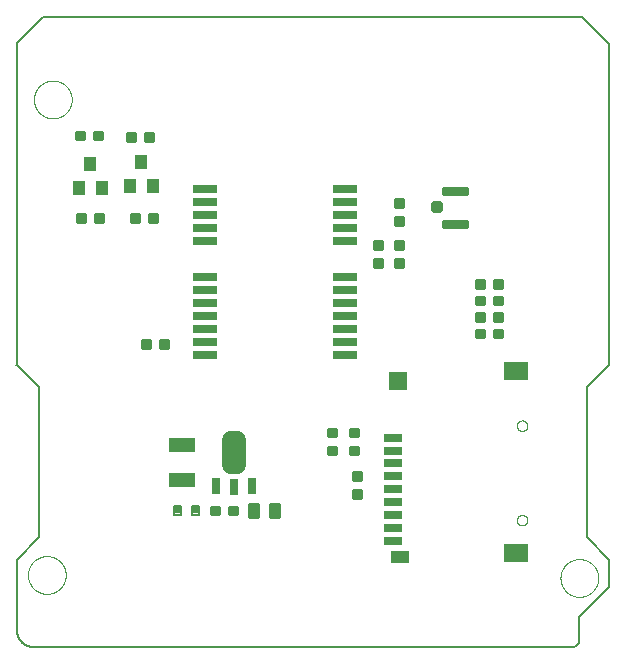
<source format=gtp>
G75*
%MOIN*%
%OFA0B0*%
%FSLAX25Y25*%
%IPPOS*%
%LPD*%
%AMOC8*
5,1,8,0,0,1.08239X$1,22.5*
%
%ADD10C,0.00800*%
%ADD11C,0.00000*%
%ADD12R,0.07874X0.03150*%
%ADD13R,0.06000X0.03000*%
%ADD14R,0.06000X0.04000*%
%ADD15R,0.08000X0.06000*%
%ADD16R,0.06000X0.06000*%
%ADD17C,0.00875*%
%ADD18R,0.04000X0.04500*%
%ADD19R,0.03150X0.05512*%
%ADD20C,0.06000*%
%ADD21C,0.01000*%
%ADD22R,0.09000X0.04500*%
%ADD23C,0.00750*%
%ADD24C,0.01500*%
%ADD25C,0.02000*%
D10*
X0002167Y0007057D02*
X0002167Y0021150D01*
X0002167Y0021400D02*
X0002167Y0030400D01*
X0009667Y0037900D01*
X0009667Y0087900D01*
X0002167Y0095400D01*
X0001917Y0095400D01*
X0002167Y0095400D02*
X0002167Y0202650D01*
X0010917Y0211400D01*
X0190667Y0211400D01*
X0199667Y0202400D01*
X0199667Y0095400D01*
X0192167Y0087900D01*
X0192167Y0037900D01*
X0199667Y0030400D01*
X0199667Y0021400D01*
X0189667Y0011400D01*
X0189667Y0003900D01*
X0189665Y0003802D01*
X0189659Y0003704D01*
X0189650Y0003606D01*
X0189636Y0003509D01*
X0189619Y0003412D01*
X0189598Y0003316D01*
X0189573Y0003221D01*
X0189545Y0003127D01*
X0189512Y0003035D01*
X0189477Y0002943D01*
X0189437Y0002853D01*
X0189395Y0002765D01*
X0189348Y0002678D01*
X0189299Y0002594D01*
X0189246Y0002511D01*
X0189190Y0002431D01*
X0189130Y0002352D01*
X0189068Y0002276D01*
X0189003Y0002203D01*
X0188935Y0002132D01*
X0188864Y0002064D01*
X0188791Y0001999D01*
X0188715Y0001937D01*
X0188636Y0001877D01*
X0188556Y0001821D01*
X0188473Y0001768D01*
X0188389Y0001719D01*
X0188302Y0001672D01*
X0188214Y0001630D01*
X0188124Y0001590D01*
X0188032Y0001555D01*
X0187940Y0001522D01*
X0187846Y0001494D01*
X0187751Y0001469D01*
X0187655Y0001448D01*
X0187558Y0001431D01*
X0187461Y0001417D01*
X0187363Y0001408D01*
X0187265Y0001402D01*
X0187167Y0001400D01*
X0007824Y0001400D01*
X0007676Y0001402D01*
X0007528Y0001408D01*
X0007380Y0001417D01*
X0007233Y0001431D01*
X0007086Y0001448D01*
X0006939Y0001470D01*
X0006793Y0001495D01*
X0006648Y0001524D01*
X0006503Y0001556D01*
X0006360Y0001593D01*
X0006217Y0001633D01*
X0006076Y0001677D01*
X0005936Y0001724D01*
X0005797Y0001776D01*
X0005659Y0001831D01*
X0005523Y0001889D01*
X0005389Y0001951D01*
X0005256Y0002017D01*
X0005125Y0002086D01*
X0004996Y0002158D01*
X0004868Y0002234D01*
X0004743Y0002313D01*
X0004620Y0002395D01*
X0004499Y0002480D01*
X0004380Y0002569D01*
X0004264Y0002661D01*
X0004150Y0002755D01*
X0004039Y0002853D01*
X0003930Y0002954D01*
X0003824Y0003057D01*
X0003721Y0003163D01*
X0003620Y0003272D01*
X0003522Y0003383D01*
X0003428Y0003497D01*
X0003336Y0003613D01*
X0003247Y0003732D01*
X0003162Y0003853D01*
X0003080Y0003976D01*
X0003001Y0004101D01*
X0002925Y0004228D01*
X0002853Y0004358D01*
X0002784Y0004489D01*
X0002718Y0004622D01*
X0002656Y0004756D01*
X0002598Y0004892D01*
X0002543Y0005030D01*
X0002491Y0005169D01*
X0002444Y0005309D01*
X0002400Y0005450D01*
X0002360Y0005593D01*
X0002323Y0005736D01*
X0002291Y0005881D01*
X0002262Y0006026D01*
X0002237Y0006172D01*
X0002215Y0006319D01*
X0002198Y0006466D01*
X0002184Y0006613D01*
X0002175Y0006761D01*
X0002169Y0006909D01*
X0002167Y0007057D01*
D11*
X0005868Y0025400D02*
X0005870Y0025558D01*
X0005876Y0025716D01*
X0005886Y0025874D01*
X0005900Y0026032D01*
X0005918Y0026189D01*
X0005939Y0026346D01*
X0005965Y0026502D01*
X0005995Y0026658D01*
X0006028Y0026813D01*
X0006066Y0026966D01*
X0006107Y0027119D01*
X0006152Y0027271D01*
X0006201Y0027422D01*
X0006254Y0027571D01*
X0006310Y0027719D01*
X0006370Y0027865D01*
X0006434Y0028010D01*
X0006502Y0028153D01*
X0006573Y0028295D01*
X0006647Y0028435D01*
X0006725Y0028572D01*
X0006807Y0028708D01*
X0006891Y0028842D01*
X0006980Y0028973D01*
X0007071Y0029102D01*
X0007166Y0029229D01*
X0007263Y0029354D01*
X0007364Y0029476D01*
X0007468Y0029595D01*
X0007575Y0029712D01*
X0007685Y0029826D01*
X0007798Y0029937D01*
X0007913Y0030046D01*
X0008031Y0030151D01*
X0008152Y0030253D01*
X0008275Y0030353D01*
X0008401Y0030449D01*
X0008529Y0030542D01*
X0008659Y0030632D01*
X0008792Y0030718D01*
X0008927Y0030802D01*
X0009063Y0030881D01*
X0009202Y0030958D01*
X0009343Y0031030D01*
X0009485Y0031100D01*
X0009629Y0031165D01*
X0009775Y0031227D01*
X0009922Y0031285D01*
X0010071Y0031340D01*
X0010221Y0031391D01*
X0010372Y0031438D01*
X0010524Y0031481D01*
X0010677Y0031520D01*
X0010832Y0031556D01*
X0010987Y0031587D01*
X0011143Y0031615D01*
X0011299Y0031639D01*
X0011456Y0031659D01*
X0011614Y0031675D01*
X0011771Y0031687D01*
X0011930Y0031695D01*
X0012088Y0031699D01*
X0012246Y0031699D01*
X0012404Y0031695D01*
X0012563Y0031687D01*
X0012720Y0031675D01*
X0012878Y0031659D01*
X0013035Y0031639D01*
X0013191Y0031615D01*
X0013347Y0031587D01*
X0013502Y0031556D01*
X0013657Y0031520D01*
X0013810Y0031481D01*
X0013962Y0031438D01*
X0014113Y0031391D01*
X0014263Y0031340D01*
X0014412Y0031285D01*
X0014559Y0031227D01*
X0014705Y0031165D01*
X0014849Y0031100D01*
X0014991Y0031030D01*
X0015132Y0030958D01*
X0015271Y0030881D01*
X0015407Y0030802D01*
X0015542Y0030718D01*
X0015675Y0030632D01*
X0015805Y0030542D01*
X0015933Y0030449D01*
X0016059Y0030353D01*
X0016182Y0030253D01*
X0016303Y0030151D01*
X0016421Y0030046D01*
X0016536Y0029937D01*
X0016649Y0029826D01*
X0016759Y0029712D01*
X0016866Y0029595D01*
X0016970Y0029476D01*
X0017071Y0029354D01*
X0017168Y0029229D01*
X0017263Y0029102D01*
X0017354Y0028973D01*
X0017443Y0028842D01*
X0017527Y0028708D01*
X0017609Y0028572D01*
X0017687Y0028435D01*
X0017761Y0028295D01*
X0017832Y0028153D01*
X0017900Y0028010D01*
X0017964Y0027865D01*
X0018024Y0027719D01*
X0018080Y0027571D01*
X0018133Y0027422D01*
X0018182Y0027271D01*
X0018227Y0027119D01*
X0018268Y0026966D01*
X0018306Y0026813D01*
X0018339Y0026658D01*
X0018369Y0026502D01*
X0018395Y0026346D01*
X0018416Y0026189D01*
X0018434Y0026032D01*
X0018448Y0025874D01*
X0018458Y0025716D01*
X0018464Y0025558D01*
X0018466Y0025400D01*
X0018464Y0025242D01*
X0018458Y0025084D01*
X0018448Y0024926D01*
X0018434Y0024768D01*
X0018416Y0024611D01*
X0018395Y0024454D01*
X0018369Y0024298D01*
X0018339Y0024142D01*
X0018306Y0023987D01*
X0018268Y0023834D01*
X0018227Y0023681D01*
X0018182Y0023529D01*
X0018133Y0023378D01*
X0018080Y0023229D01*
X0018024Y0023081D01*
X0017964Y0022935D01*
X0017900Y0022790D01*
X0017832Y0022647D01*
X0017761Y0022505D01*
X0017687Y0022365D01*
X0017609Y0022228D01*
X0017527Y0022092D01*
X0017443Y0021958D01*
X0017354Y0021827D01*
X0017263Y0021698D01*
X0017168Y0021571D01*
X0017071Y0021446D01*
X0016970Y0021324D01*
X0016866Y0021205D01*
X0016759Y0021088D01*
X0016649Y0020974D01*
X0016536Y0020863D01*
X0016421Y0020754D01*
X0016303Y0020649D01*
X0016182Y0020547D01*
X0016059Y0020447D01*
X0015933Y0020351D01*
X0015805Y0020258D01*
X0015675Y0020168D01*
X0015542Y0020082D01*
X0015407Y0019998D01*
X0015271Y0019919D01*
X0015132Y0019842D01*
X0014991Y0019770D01*
X0014849Y0019700D01*
X0014705Y0019635D01*
X0014559Y0019573D01*
X0014412Y0019515D01*
X0014263Y0019460D01*
X0014113Y0019409D01*
X0013962Y0019362D01*
X0013810Y0019319D01*
X0013657Y0019280D01*
X0013502Y0019244D01*
X0013347Y0019213D01*
X0013191Y0019185D01*
X0013035Y0019161D01*
X0012878Y0019141D01*
X0012720Y0019125D01*
X0012563Y0019113D01*
X0012404Y0019105D01*
X0012246Y0019101D01*
X0012088Y0019101D01*
X0011930Y0019105D01*
X0011771Y0019113D01*
X0011614Y0019125D01*
X0011456Y0019141D01*
X0011299Y0019161D01*
X0011143Y0019185D01*
X0010987Y0019213D01*
X0010832Y0019244D01*
X0010677Y0019280D01*
X0010524Y0019319D01*
X0010372Y0019362D01*
X0010221Y0019409D01*
X0010071Y0019460D01*
X0009922Y0019515D01*
X0009775Y0019573D01*
X0009629Y0019635D01*
X0009485Y0019700D01*
X0009343Y0019770D01*
X0009202Y0019842D01*
X0009063Y0019919D01*
X0008927Y0019998D01*
X0008792Y0020082D01*
X0008659Y0020168D01*
X0008529Y0020258D01*
X0008401Y0020351D01*
X0008275Y0020447D01*
X0008152Y0020547D01*
X0008031Y0020649D01*
X0007913Y0020754D01*
X0007798Y0020863D01*
X0007685Y0020974D01*
X0007575Y0021088D01*
X0007468Y0021205D01*
X0007364Y0021324D01*
X0007263Y0021446D01*
X0007166Y0021571D01*
X0007071Y0021698D01*
X0006980Y0021827D01*
X0006891Y0021958D01*
X0006807Y0022092D01*
X0006725Y0022228D01*
X0006647Y0022365D01*
X0006573Y0022505D01*
X0006502Y0022647D01*
X0006434Y0022790D01*
X0006370Y0022935D01*
X0006310Y0023081D01*
X0006254Y0023229D01*
X0006201Y0023378D01*
X0006152Y0023529D01*
X0006107Y0023681D01*
X0006066Y0023834D01*
X0006028Y0023987D01*
X0005995Y0024142D01*
X0005965Y0024298D01*
X0005939Y0024454D01*
X0005918Y0024611D01*
X0005900Y0024768D01*
X0005886Y0024926D01*
X0005876Y0025084D01*
X0005870Y0025242D01*
X0005868Y0025400D01*
X0168830Y0043664D02*
X0168832Y0043747D01*
X0168838Y0043830D01*
X0168848Y0043913D01*
X0168862Y0043995D01*
X0168879Y0044077D01*
X0168901Y0044157D01*
X0168926Y0044236D01*
X0168955Y0044314D01*
X0168988Y0044391D01*
X0169025Y0044466D01*
X0169064Y0044539D01*
X0169108Y0044610D01*
X0169154Y0044679D01*
X0169204Y0044746D01*
X0169257Y0044810D01*
X0169313Y0044872D01*
X0169372Y0044931D01*
X0169434Y0044987D01*
X0169498Y0045040D01*
X0169565Y0045090D01*
X0169634Y0045136D01*
X0169705Y0045180D01*
X0169778Y0045219D01*
X0169853Y0045256D01*
X0169930Y0045289D01*
X0170008Y0045318D01*
X0170087Y0045343D01*
X0170167Y0045365D01*
X0170249Y0045382D01*
X0170331Y0045396D01*
X0170414Y0045406D01*
X0170497Y0045412D01*
X0170580Y0045414D01*
X0170663Y0045412D01*
X0170746Y0045406D01*
X0170829Y0045396D01*
X0170911Y0045382D01*
X0170993Y0045365D01*
X0171073Y0045343D01*
X0171152Y0045318D01*
X0171230Y0045289D01*
X0171307Y0045256D01*
X0171382Y0045219D01*
X0171455Y0045180D01*
X0171526Y0045136D01*
X0171595Y0045090D01*
X0171662Y0045040D01*
X0171726Y0044987D01*
X0171788Y0044931D01*
X0171847Y0044872D01*
X0171903Y0044810D01*
X0171956Y0044746D01*
X0172006Y0044679D01*
X0172052Y0044610D01*
X0172096Y0044539D01*
X0172135Y0044466D01*
X0172172Y0044391D01*
X0172205Y0044314D01*
X0172234Y0044236D01*
X0172259Y0044157D01*
X0172281Y0044077D01*
X0172298Y0043995D01*
X0172312Y0043913D01*
X0172322Y0043830D01*
X0172328Y0043747D01*
X0172330Y0043664D01*
X0172328Y0043581D01*
X0172322Y0043498D01*
X0172312Y0043415D01*
X0172298Y0043333D01*
X0172281Y0043251D01*
X0172259Y0043171D01*
X0172234Y0043092D01*
X0172205Y0043014D01*
X0172172Y0042937D01*
X0172135Y0042862D01*
X0172096Y0042789D01*
X0172052Y0042718D01*
X0172006Y0042649D01*
X0171956Y0042582D01*
X0171903Y0042518D01*
X0171847Y0042456D01*
X0171788Y0042397D01*
X0171726Y0042341D01*
X0171662Y0042288D01*
X0171595Y0042238D01*
X0171526Y0042192D01*
X0171455Y0042148D01*
X0171382Y0042109D01*
X0171307Y0042072D01*
X0171230Y0042039D01*
X0171152Y0042010D01*
X0171073Y0041985D01*
X0170993Y0041963D01*
X0170911Y0041946D01*
X0170829Y0041932D01*
X0170746Y0041922D01*
X0170663Y0041916D01*
X0170580Y0041914D01*
X0170497Y0041916D01*
X0170414Y0041922D01*
X0170331Y0041932D01*
X0170249Y0041946D01*
X0170167Y0041963D01*
X0170087Y0041985D01*
X0170008Y0042010D01*
X0169930Y0042039D01*
X0169853Y0042072D01*
X0169778Y0042109D01*
X0169705Y0042148D01*
X0169634Y0042192D01*
X0169565Y0042238D01*
X0169498Y0042288D01*
X0169434Y0042341D01*
X0169372Y0042397D01*
X0169313Y0042456D01*
X0169257Y0042518D01*
X0169204Y0042582D01*
X0169154Y0042649D01*
X0169108Y0042718D01*
X0169064Y0042789D01*
X0169025Y0042862D01*
X0168988Y0042937D01*
X0168955Y0043014D01*
X0168926Y0043092D01*
X0168901Y0043171D01*
X0168879Y0043251D01*
X0168862Y0043333D01*
X0168848Y0043415D01*
X0168838Y0043498D01*
X0168832Y0043581D01*
X0168830Y0043664D01*
X0183368Y0024400D02*
X0183370Y0024558D01*
X0183376Y0024716D01*
X0183386Y0024874D01*
X0183400Y0025032D01*
X0183418Y0025189D01*
X0183439Y0025346D01*
X0183465Y0025502D01*
X0183495Y0025658D01*
X0183528Y0025813D01*
X0183566Y0025966D01*
X0183607Y0026119D01*
X0183652Y0026271D01*
X0183701Y0026422D01*
X0183754Y0026571D01*
X0183810Y0026719D01*
X0183870Y0026865D01*
X0183934Y0027010D01*
X0184002Y0027153D01*
X0184073Y0027295D01*
X0184147Y0027435D01*
X0184225Y0027572D01*
X0184307Y0027708D01*
X0184391Y0027842D01*
X0184480Y0027973D01*
X0184571Y0028102D01*
X0184666Y0028229D01*
X0184763Y0028354D01*
X0184864Y0028476D01*
X0184968Y0028595D01*
X0185075Y0028712D01*
X0185185Y0028826D01*
X0185298Y0028937D01*
X0185413Y0029046D01*
X0185531Y0029151D01*
X0185652Y0029253D01*
X0185775Y0029353D01*
X0185901Y0029449D01*
X0186029Y0029542D01*
X0186159Y0029632D01*
X0186292Y0029718D01*
X0186427Y0029802D01*
X0186563Y0029881D01*
X0186702Y0029958D01*
X0186843Y0030030D01*
X0186985Y0030100D01*
X0187129Y0030165D01*
X0187275Y0030227D01*
X0187422Y0030285D01*
X0187571Y0030340D01*
X0187721Y0030391D01*
X0187872Y0030438D01*
X0188024Y0030481D01*
X0188177Y0030520D01*
X0188332Y0030556D01*
X0188487Y0030587D01*
X0188643Y0030615D01*
X0188799Y0030639D01*
X0188956Y0030659D01*
X0189114Y0030675D01*
X0189271Y0030687D01*
X0189430Y0030695D01*
X0189588Y0030699D01*
X0189746Y0030699D01*
X0189904Y0030695D01*
X0190063Y0030687D01*
X0190220Y0030675D01*
X0190378Y0030659D01*
X0190535Y0030639D01*
X0190691Y0030615D01*
X0190847Y0030587D01*
X0191002Y0030556D01*
X0191157Y0030520D01*
X0191310Y0030481D01*
X0191462Y0030438D01*
X0191613Y0030391D01*
X0191763Y0030340D01*
X0191912Y0030285D01*
X0192059Y0030227D01*
X0192205Y0030165D01*
X0192349Y0030100D01*
X0192491Y0030030D01*
X0192632Y0029958D01*
X0192771Y0029881D01*
X0192907Y0029802D01*
X0193042Y0029718D01*
X0193175Y0029632D01*
X0193305Y0029542D01*
X0193433Y0029449D01*
X0193559Y0029353D01*
X0193682Y0029253D01*
X0193803Y0029151D01*
X0193921Y0029046D01*
X0194036Y0028937D01*
X0194149Y0028826D01*
X0194259Y0028712D01*
X0194366Y0028595D01*
X0194470Y0028476D01*
X0194571Y0028354D01*
X0194668Y0028229D01*
X0194763Y0028102D01*
X0194854Y0027973D01*
X0194943Y0027842D01*
X0195027Y0027708D01*
X0195109Y0027572D01*
X0195187Y0027435D01*
X0195261Y0027295D01*
X0195332Y0027153D01*
X0195400Y0027010D01*
X0195464Y0026865D01*
X0195524Y0026719D01*
X0195580Y0026571D01*
X0195633Y0026422D01*
X0195682Y0026271D01*
X0195727Y0026119D01*
X0195768Y0025966D01*
X0195806Y0025813D01*
X0195839Y0025658D01*
X0195869Y0025502D01*
X0195895Y0025346D01*
X0195916Y0025189D01*
X0195934Y0025032D01*
X0195948Y0024874D01*
X0195958Y0024716D01*
X0195964Y0024558D01*
X0195966Y0024400D01*
X0195964Y0024242D01*
X0195958Y0024084D01*
X0195948Y0023926D01*
X0195934Y0023768D01*
X0195916Y0023611D01*
X0195895Y0023454D01*
X0195869Y0023298D01*
X0195839Y0023142D01*
X0195806Y0022987D01*
X0195768Y0022834D01*
X0195727Y0022681D01*
X0195682Y0022529D01*
X0195633Y0022378D01*
X0195580Y0022229D01*
X0195524Y0022081D01*
X0195464Y0021935D01*
X0195400Y0021790D01*
X0195332Y0021647D01*
X0195261Y0021505D01*
X0195187Y0021365D01*
X0195109Y0021228D01*
X0195027Y0021092D01*
X0194943Y0020958D01*
X0194854Y0020827D01*
X0194763Y0020698D01*
X0194668Y0020571D01*
X0194571Y0020446D01*
X0194470Y0020324D01*
X0194366Y0020205D01*
X0194259Y0020088D01*
X0194149Y0019974D01*
X0194036Y0019863D01*
X0193921Y0019754D01*
X0193803Y0019649D01*
X0193682Y0019547D01*
X0193559Y0019447D01*
X0193433Y0019351D01*
X0193305Y0019258D01*
X0193175Y0019168D01*
X0193042Y0019082D01*
X0192907Y0018998D01*
X0192771Y0018919D01*
X0192632Y0018842D01*
X0192491Y0018770D01*
X0192349Y0018700D01*
X0192205Y0018635D01*
X0192059Y0018573D01*
X0191912Y0018515D01*
X0191763Y0018460D01*
X0191613Y0018409D01*
X0191462Y0018362D01*
X0191310Y0018319D01*
X0191157Y0018280D01*
X0191002Y0018244D01*
X0190847Y0018213D01*
X0190691Y0018185D01*
X0190535Y0018161D01*
X0190378Y0018141D01*
X0190220Y0018125D01*
X0190063Y0018113D01*
X0189904Y0018105D01*
X0189746Y0018101D01*
X0189588Y0018101D01*
X0189430Y0018105D01*
X0189271Y0018113D01*
X0189114Y0018125D01*
X0188956Y0018141D01*
X0188799Y0018161D01*
X0188643Y0018185D01*
X0188487Y0018213D01*
X0188332Y0018244D01*
X0188177Y0018280D01*
X0188024Y0018319D01*
X0187872Y0018362D01*
X0187721Y0018409D01*
X0187571Y0018460D01*
X0187422Y0018515D01*
X0187275Y0018573D01*
X0187129Y0018635D01*
X0186985Y0018700D01*
X0186843Y0018770D01*
X0186702Y0018842D01*
X0186563Y0018919D01*
X0186427Y0018998D01*
X0186292Y0019082D01*
X0186159Y0019168D01*
X0186029Y0019258D01*
X0185901Y0019351D01*
X0185775Y0019447D01*
X0185652Y0019547D01*
X0185531Y0019649D01*
X0185413Y0019754D01*
X0185298Y0019863D01*
X0185185Y0019974D01*
X0185075Y0020088D01*
X0184968Y0020205D01*
X0184864Y0020324D01*
X0184763Y0020446D01*
X0184666Y0020571D01*
X0184571Y0020698D01*
X0184480Y0020827D01*
X0184391Y0020958D01*
X0184307Y0021092D01*
X0184225Y0021228D01*
X0184147Y0021365D01*
X0184073Y0021505D01*
X0184002Y0021647D01*
X0183934Y0021790D01*
X0183870Y0021935D01*
X0183810Y0022081D01*
X0183754Y0022229D01*
X0183701Y0022378D01*
X0183652Y0022529D01*
X0183607Y0022681D01*
X0183566Y0022834D01*
X0183528Y0022987D01*
X0183495Y0023142D01*
X0183465Y0023298D01*
X0183439Y0023454D01*
X0183418Y0023611D01*
X0183400Y0023768D01*
X0183386Y0023926D01*
X0183376Y0024084D01*
X0183370Y0024242D01*
X0183368Y0024400D01*
X0168830Y0075160D02*
X0168832Y0075243D01*
X0168838Y0075326D01*
X0168848Y0075409D01*
X0168862Y0075491D01*
X0168879Y0075573D01*
X0168901Y0075653D01*
X0168926Y0075732D01*
X0168955Y0075810D01*
X0168988Y0075887D01*
X0169025Y0075962D01*
X0169064Y0076035D01*
X0169108Y0076106D01*
X0169154Y0076175D01*
X0169204Y0076242D01*
X0169257Y0076306D01*
X0169313Y0076368D01*
X0169372Y0076427D01*
X0169434Y0076483D01*
X0169498Y0076536D01*
X0169565Y0076586D01*
X0169634Y0076632D01*
X0169705Y0076676D01*
X0169778Y0076715D01*
X0169853Y0076752D01*
X0169930Y0076785D01*
X0170008Y0076814D01*
X0170087Y0076839D01*
X0170167Y0076861D01*
X0170249Y0076878D01*
X0170331Y0076892D01*
X0170414Y0076902D01*
X0170497Y0076908D01*
X0170580Y0076910D01*
X0170663Y0076908D01*
X0170746Y0076902D01*
X0170829Y0076892D01*
X0170911Y0076878D01*
X0170993Y0076861D01*
X0171073Y0076839D01*
X0171152Y0076814D01*
X0171230Y0076785D01*
X0171307Y0076752D01*
X0171382Y0076715D01*
X0171455Y0076676D01*
X0171526Y0076632D01*
X0171595Y0076586D01*
X0171662Y0076536D01*
X0171726Y0076483D01*
X0171788Y0076427D01*
X0171847Y0076368D01*
X0171903Y0076306D01*
X0171956Y0076242D01*
X0172006Y0076175D01*
X0172052Y0076106D01*
X0172096Y0076035D01*
X0172135Y0075962D01*
X0172172Y0075887D01*
X0172205Y0075810D01*
X0172234Y0075732D01*
X0172259Y0075653D01*
X0172281Y0075573D01*
X0172298Y0075491D01*
X0172312Y0075409D01*
X0172322Y0075326D01*
X0172328Y0075243D01*
X0172330Y0075160D01*
X0172328Y0075077D01*
X0172322Y0074994D01*
X0172312Y0074911D01*
X0172298Y0074829D01*
X0172281Y0074747D01*
X0172259Y0074667D01*
X0172234Y0074588D01*
X0172205Y0074510D01*
X0172172Y0074433D01*
X0172135Y0074358D01*
X0172096Y0074285D01*
X0172052Y0074214D01*
X0172006Y0074145D01*
X0171956Y0074078D01*
X0171903Y0074014D01*
X0171847Y0073952D01*
X0171788Y0073893D01*
X0171726Y0073837D01*
X0171662Y0073784D01*
X0171595Y0073734D01*
X0171526Y0073688D01*
X0171455Y0073644D01*
X0171382Y0073605D01*
X0171307Y0073568D01*
X0171230Y0073535D01*
X0171152Y0073506D01*
X0171073Y0073481D01*
X0170993Y0073459D01*
X0170911Y0073442D01*
X0170829Y0073428D01*
X0170746Y0073418D01*
X0170663Y0073412D01*
X0170580Y0073410D01*
X0170497Y0073412D01*
X0170414Y0073418D01*
X0170331Y0073428D01*
X0170249Y0073442D01*
X0170167Y0073459D01*
X0170087Y0073481D01*
X0170008Y0073506D01*
X0169930Y0073535D01*
X0169853Y0073568D01*
X0169778Y0073605D01*
X0169705Y0073644D01*
X0169634Y0073688D01*
X0169565Y0073734D01*
X0169498Y0073784D01*
X0169434Y0073837D01*
X0169372Y0073893D01*
X0169313Y0073952D01*
X0169257Y0074014D01*
X0169204Y0074078D01*
X0169154Y0074145D01*
X0169108Y0074214D01*
X0169064Y0074285D01*
X0169025Y0074358D01*
X0168988Y0074433D01*
X0168955Y0074510D01*
X0168926Y0074588D01*
X0168901Y0074667D01*
X0168879Y0074747D01*
X0168862Y0074829D01*
X0168848Y0074911D01*
X0168838Y0074994D01*
X0168832Y0075077D01*
X0168830Y0075160D01*
X0007868Y0183900D02*
X0007870Y0184058D01*
X0007876Y0184216D01*
X0007886Y0184374D01*
X0007900Y0184532D01*
X0007918Y0184689D01*
X0007939Y0184846D01*
X0007965Y0185002D01*
X0007995Y0185158D01*
X0008028Y0185313D01*
X0008066Y0185466D01*
X0008107Y0185619D01*
X0008152Y0185771D01*
X0008201Y0185922D01*
X0008254Y0186071D01*
X0008310Y0186219D01*
X0008370Y0186365D01*
X0008434Y0186510D01*
X0008502Y0186653D01*
X0008573Y0186795D01*
X0008647Y0186935D01*
X0008725Y0187072D01*
X0008807Y0187208D01*
X0008891Y0187342D01*
X0008980Y0187473D01*
X0009071Y0187602D01*
X0009166Y0187729D01*
X0009263Y0187854D01*
X0009364Y0187976D01*
X0009468Y0188095D01*
X0009575Y0188212D01*
X0009685Y0188326D01*
X0009798Y0188437D01*
X0009913Y0188546D01*
X0010031Y0188651D01*
X0010152Y0188753D01*
X0010275Y0188853D01*
X0010401Y0188949D01*
X0010529Y0189042D01*
X0010659Y0189132D01*
X0010792Y0189218D01*
X0010927Y0189302D01*
X0011063Y0189381D01*
X0011202Y0189458D01*
X0011343Y0189530D01*
X0011485Y0189600D01*
X0011629Y0189665D01*
X0011775Y0189727D01*
X0011922Y0189785D01*
X0012071Y0189840D01*
X0012221Y0189891D01*
X0012372Y0189938D01*
X0012524Y0189981D01*
X0012677Y0190020D01*
X0012832Y0190056D01*
X0012987Y0190087D01*
X0013143Y0190115D01*
X0013299Y0190139D01*
X0013456Y0190159D01*
X0013614Y0190175D01*
X0013771Y0190187D01*
X0013930Y0190195D01*
X0014088Y0190199D01*
X0014246Y0190199D01*
X0014404Y0190195D01*
X0014563Y0190187D01*
X0014720Y0190175D01*
X0014878Y0190159D01*
X0015035Y0190139D01*
X0015191Y0190115D01*
X0015347Y0190087D01*
X0015502Y0190056D01*
X0015657Y0190020D01*
X0015810Y0189981D01*
X0015962Y0189938D01*
X0016113Y0189891D01*
X0016263Y0189840D01*
X0016412Y0189785D01*
X0016559Y0189727D01*
X0016705Y0189665D01*
X0016849Y0189600D01*
X0016991Y0189530D01*
X0017132Y0189458D01*
X0017271Y0189381D01*
X0017407Y0189302D01*
X0017542Y0189218D01*
X0017675Y0189132D01*
X0017805Y0189042D01*
X0017933Y0188949D01*
X0018059Y0188853D01*
X0018182Y0188753D01*
X0018303Y0188651D01*
X0018421Y0188546D01*
X0018536Y0188437D01*
X0018649Y0188326D01*
X0018759Y0188212D01*
X0018866Y0188095D01*
X0018970Y0187976D01*
X0019071Y0187854D01*
X0019168Y0187729D01*
X0019263Y0187602D01*
X0019354Y0187473D01*
X0019443Y0187342D01*
X0019527Y0187208D01*
X0019609Y0187072D01*
X0019687Y0186935D01*
X0019761Y0186795D01*
X0019832Y0186653D01*
X0019900Y0186510D01*
X0019964Y0186365D01*
X0020024Y0186219D01*
X0020080Y0186071D01*
X0020133Y0185922D01*
X0020182Y0185771D01*
X0020227Y0185619D01*
X0020268Y0185466D01*
X0020306Y0185313D01*
X0020339Y0185158D01*
X0020369Y0185002D01*
X0020395Y0184846D01*
X0020416Y0184689D01*
X0020434Y0184532D01*
X0020448Y0184374D01*
X0020458Y0184216D01*
X0020464Y0184058D01*
X0020466Y0183900D01*
X0020464Y0183742D01*
X0020458Y0183584D01*
X0020448Y0183426D01*
X0020434Y0183268D01*
X0020416Y0183111D01*
X0020395Y0182954D01*
X0020369Y0182798D01*
X0020339Y0182642D01*
X0020306Y0182487D01*
X0020268Y0182334D01*
X0020227Y0182181D01*
X0020182Y0182029D01*
X0020133Y0181878D01*
X0020080Y0181729D01*
X0020024Y0181581D01*
X0019964Y0181435D01*
X0019900Y0181290D01*
X0019832Y0181147D01*
X0019761Y0181005D01*
X0019687Y0180865D01*
X0019609Y0180728D01*
X0019527Y0180592D01*
X0019443Y0180458D01*
X0019354Y0180327D01*
X0019263Y0180198D01*
X0019168Y0180071D01*
X0019071Y0179946D01*
X0018970Y0179824D01*
X0018866Y0179705D01*
X0018759Y0179588D01*
X0018649Y0179474D01*
X0018536Y0179363D01*
X0018421Y0179254D01*
X0018303Y0179149D01*
X0018182Y0179047D01*
X0018059Y0178947D01*
X0017933Y0178851D01*
X0017805Y0178758D01*
X0017675Y0178668D01*
X0017542Y0178582D01*
X0017407Y0178498D01*
X0017271Y0178419D01*
X0017132Y0178342D01*
X0016991Y0178270D01*
X0016849Y0178200D01*
X0016705Y0178135D01*
X0016559Y0178073D01*
X0016412Y0178015D01*
X0016263Y0177960D01*
X0016113Y0177909D01*
X0015962Y0177862D01*
X0015810Y0177819D01*
X0015657Y0177780D01*
X0015502Y0177744D01*
X0015347Y0177713D01*
X0015191Y0177685D01*
X0015035Y0177661D01*
X0014878Y0177641D01*
X0014720Y0177625D01*
X0014563Y0177613D01*
X0014404Y0177605D01*
X0014246Y0177601D01*
X0014088Y0177601D01*
X0013930Y0177605D01*
X0013771Y0177613D01*
X0013614Y0177625D01*
X0013456Y0177641D01*
X0013299Y0177661D01*
X0013143Y0177685D01*
X0012987Y0177713D01*
X0012832Y0177744D01*
X0012677Y0177780D01*
X0012524Y0177819D01*
X0012372Y0177862D01*
X0012221Y0177909D01*
X0012071Y0177960D01*
X0011922Y0178015D01*
X0011775Y0178073D01*
X0011629Y0178135D01*
X0011485Y0178200D01*
X0011343Y0178270D01*
X0011202Y0178342D01*
X0011063Y0178419D01*
X0010927Y0178498D01*
X0010792Y0178582D01*
X0010659Y0178668D01*
X0010529Y0178758D01*
X0010401Y0178851D01*
X0010275Y0178947D01*
X0010152Y0179047D01*
X0010031Y0179149D01*
X0009913Y0179254D01*
X0009798Y0179363D01*
X0009685Y0179474D01*
X0009575Y0179588D01*
X0009468Y0179705D01*
X0009364Y0179824D01*
X0009263Y0179946D01*
X0009166Y0180071D01*
X0009071Y0180198D01*
X0008980Y0180327D01*
X0008891Y0180458D01*
X0008807Y0180592D01*
X0008725Y0180728D01*
X0008647Y0180865D01*
X0008573Y0181005D01*
X0008502Y0181147D01*
X0008434Y0181290D01*
X0008370Y0181435D01*
X0008310Y0181581D01*
X0008254Y0181729D01*
X0008201Y0181878D01*
X0008152Y0182029D01*
X0008107Y0182181D01*
X0008066Y0182334D01*
X0008028Y0182487D01*
X0007995Y0182642D01*
X0007965Y0182798D01*
X0007939Y0182954D01*
X0007918Y0183111D01*
X0007900Y0183268D01*
X0007886Y0183426D01*
X0007876Y0183584D01*
X0007870Y0183742D01*
X0007868Y0183900D01*
D12*
X0064954Y0153900D03*
X0064954Y0149569D03*
X0064954Y0145239D03*
X0064954Y0140908D03*
X0064954Y0136577D03*
X0064954Y0124766D03*
X0064954Y0120435D03*
X0064954Y0116105D03*
X0064954Y0111774D03*
X0064954Y0107443D03*
X0064954Y0103113D03*
X0064954Y0098782D03*
X0111411Y0098782D03*
X0111411Y0103113D03*
X0111411Y0107443D03*
X0111411Y0111774D03*
X0111411Y0116105D03*
X0111411Y0120435D03*
X0111411Y0124766D03*
X0111411Y0136577D03*
X0111411Y0140908D03*
X0111411Y0145239D03*
X0111411Y0149569D03*
X0111411Y0153900D03*
D13*
X0127667Y0071223D03*
X0127667Y0066892D03*
X0127667Y0062561D03*
X0127667Y0058231D03*
X0127667Y0053900D03*
X0127667Y0049569D03*
X0127667Y0045239D03*
X0127667Y0040908D03*
X0127667Y0036577D03*
D14*
X0130029Y0031278D03*
D15*
X0168505Y0032640D03*
X0168505Y0093270D03*
D16*
X0129210Y0090046D03*
D17*
X0115980Y0074213D02*
X0115980Y0071587D01*
X0113354Y0071587D01*
X0113354Y0074213D01*
X0115980Y0074213D01*
X0115980Y0072461D02*
X0113354Y0072461D01*
X0113354Y0073335D02*
X0115980Y0073335D01*
X0115980Y0074209D02*
X0113354Y0074209D01*
X0105854Y0074213D02*
X0105854Y0071587D01*
X0105854Y0074213D02*
X0108480Y0074213D01*
X0108480Y0071587D01*
X0105854Y0071587D01*
X0105854Y0072461D02*
X0108480Y0072461D01*
X0108480Y0073335D02*
X0105854Y0073335D01*
X0105854Y0074209D02*
X0108480Y0074209D01*
X0105854Y0068213D02*
X0105854Y0065587D01*
X0105854Y0068213D02*
X0108480Y0068213D01*
X0108480Y0065587D01*
X0105854Y0065587D01*
X0105854Y0066461D02*
X0108480Y0066461D01*
X0108480Y0067335D02*
X0105854Y0067335D01*
X0105854Y0068209D02*
X0108480Y0068209D01*
X0115980Y0068213D02*
X0115980Y0065587D01*
X0113354Y0065587D01*
X0113354Y0068213D01*
X0115980Y0068213D01*
X0115980Y0066461D02*
X0113354Y0066461D01*
X0113354Y0067335D02*
X0115980Y0067335D01*
X0115980Y0068209D02*
X0113354Y0068209D01*
X0116980Y0059713D02*
X0116980Y0057087D01*
X0114354Y0057087D01*
X0114354Y0059713D01*
X0116980Y0059713D01*
X0116980Y0057961D02*
X0114354Y0057961D01*
X0114354Y0058835D02*
X0116980Y0058835D01*
X0116980Y0059709D02*
X0114354Y0059709D01*
X0116980Y0053713D02*
X0116980Y0051087D01*
X0114354Y0051087D01*
X0114354Y0053713D01*
X0116980Y0053713D01*
X0116980Y0051961D02*
X0114354Y0051961D01*
X0114354Y0052835D02*
X0116980Y0052835D01*
X0116980Y0053709D02*
X0114354Y0053709D01*
X0075480Y0048213D02*
X0072854Y0048213D01*
X0075480Y0048213D02*
X0075480Y0045587D01*
X0072854Y0045587D01*
X0072854Y0048213D01*
X0072854Y0046461D02*
X0075480Y0046461D01*
X0075480Y0047335D02*
X0072854Y0047335D01*
X0072854Y0048209D02*
X0075480Y0048209D01*
X0069480Y0048213D02*
X0066854Y0048213D01*
X0069480Y0048213D02*
X0069480Y0045587D01*
X0066854Y0045587D01*
X0066854Y0048213D01*
X0066854Y0046461D02*
X0069480Y0046461D01*
X0069480Y0047335D02*
X0066854Y0047335D01*
X0066854Y0048209D02*
X0069480Y0048209D01*
X0052480Y0101087D02*
X0049854Y0101087D01*
X0049854Y0103713D01*
X0052480Y0103713D01*
X0052480Y0101087D01*
X0052480Y0101961D02*
X0049854Y0101961D01*
X0049854Y0102835D02*
X0052480Y0102835D01*
X0052480Y0103709D02*
X0049854Y0103709D01*
X0046480Y0101087D02*
X0043854Y0101087D01*
X0043854Y0103713D01*
X0046480Y0103713D01*
X0046480Y0101087D01*
X0046480Y0101961D02*
X0043854Y0101961D01*
X0043854Y0102835D02*
X0046480Y0102835D01*
X0046480Y0103709D02*
X0043854Y0103709D01*
X0042980Y0143087D02*
X0040354Y0143087D01*
X0040354Y0145713D01*
X0042980Y0145713D01*
X0042980Y0143087D01*
X0042980Y0143961D02*
X0040354Y0143961D01*
X0040354Y0144835D02*
X0042980Y0144835D01*
X0042980Y0145709D02*
X0040354Y0145709D01*
X0046354Y0143087D02*
X0048980Y0143087D01*
X0046354Y0143087D02*
X0046354Y0145713D01*
X0048980Y0145713D01*
X0048980Y0143087D01*
X0048980Y0143961D02*
X0046354Y0143961D01*
X0046354Y0144835D02*
X0048980Y0144835D01*
X0048980Y0145709D02*
X0046354Y0145709D01*
X0030980Y0143087D02*
X0028354Y0143087D01*
X0028354Y0145713D01*
X0030980Y0145713D01*
X0030980Y0143087D01*
X0030980Y0143961D02*
X0028354Y0143961D01*
X0028354Y0144835D02*
X0030980Y0144835D01*
X0030980Y0145709D02*
X0028354Y0145709D01*
X0024980Y0143087D02*
X0022354Y0143087D01*
X0022354Y0145713D01*
X0024980Y0145713D01*
X0024980Y0143087D01*
X0024980Y0143961D02*
X0022354Y0143961D01*
X0022354Y0144835D02*
X0024980Y0144835D01*
X0024980Y0145709D02*
X0022354Y0145709D01*
X0021854Y0170587D02*
X0024480Y0170587D01*
X0021854Y0170587D02*
X0021854Y0173213D01*
X0024480Y0173213D01*
X0024480Y0170587D01*
X0024480Y0171461D02*
X0021854Y0171461D01*
X0021854Y0172335D02*
X0024480Y0172335D01*
X0024480Y0173209D02*
X0021854Y0173209D01*
X0027854Y0170587D02*
X0030480Y0170587D01*
X0027854Y0170587D02*
X0027854Y0173213D01*
X0030480Y0173213D01*
X0030480Y0170587D01*
X0030480Y0171461D02*
X0027854Y0171461D01*
X0027854Y0172335D02*
X0030480Y0172335D01*
X0030480Y0173209D02*
X0027854Y0173209D01*
X0038854Y0170087D02*
X0041480Y0170087D01*
X0038854Y0170087D02*
X0038854Y0172713D01*
X0041480Y0172713D01*
X0041480Y0170087D01*
X0041480Y0170961D02*
X0038854Y0170961D01*
X0038854Y0171835D02*
X0041480Y0171835D01*
X0041480Y0172709D02*
X0038854Y0172709D01*
X0044854Y0170087D02*
X0047480Y0170087D01*
X0044854Y0170087D02*
X0044854Y0172713D01*
X0047480Y0172713D01*
X0047480Y0170087D01*
X0047480Y0170961D02*
X0044854Y0170961D01*
X0044854Y0171835D02*
X0047480Y0171835D01*
X0047480Y0172709D02*
X0044854Y0172709D01*
X0123980Y0136713D02*
X0123980Y0134087D01*
X0121354Y0134087D01*
X0121354Y0136713D01*
X0123980Y0136713D01*
X0123980Y0134961D02*
X0121354Y0134961D01*
X0121354Y0135835D02*
X0123980Y0135835D01*
X0123980Y0136709D02*
X0121354Y0136709D01*
X0123980Y0130713D02*
X0123980Y0128087D01*
X0121354Y0128087D01*
X0121354Y0130713D01*
X0123980Y0130713D01*
X0123980Y0128961D02*
X0121354Y0128961D01*
X0121354Y0129835D02*
X0123980Y0129835D01*
X0123980Y0130709D02*
X0121354Y0130709D01*
X0130980Y0130713D02*
X0130980Y0128087D01*
X0128354Y0128087D01*
X0128354Y0130713D01*
X0130980Y0130713D01*
X0130980Y0128961D02*
X0128354Y0128961D01*
X0128354Y0129835D02*
X0130980Y0129835D01*
X0130980Y0130709D02*
X0128354Y0130709D01*
X0130980Y0134087D02*
X0130980Y0136713D01*
X0130980Y0134087D02*
X0128354Y0134087D01*
X0128354Y0136713D01*
X0130980Y0136713D01*
X0130980Y0134961D02*
X0128354Y0134961D01*
X0128354Y0135835D02*
X0130980Y0135835D01*
X0130980Y0136709D02*
X0128354Y0136709D01*
X0128354Y0142087D02*
X0128354Y0144713D01*
X0130980Y0144713D01*
X0130980Y0142087D01*
X0128354Y0142087D01*
X0128354Y0142961D02*
X0130980Y0142961D01*
X0130980Y0143835D02*
X0128354Y0143835D01*
X0128354Y0144709D02*
X0130980Y0144709D01*
X0128354Y0148087D02*
X0128354Y0150713D01*
X0130980Y0150713D01*
X0130980Y0148087D01*
X0128354Y0148087D01*
X0128354Y0148961D02*
X0130980Y0148961D01*
X0130980Y0149835D02*
X0128354Y0149835D01*
X0128354Y0150709D02*
X0130980Y0150709D01*
X0155354Y0121087D02*
X0157980Y0121087D01*
X0155354Y0121087D02*
X0155354Y0123713D01*
X0157980Y0123713D01*
X0157980Y0121087D01*
X0157980Y0121961D02*
X0155354Y0121961D01*
X0155354Y0122835D02*
X0157980Y0122835D01*
X0157980Y0123709D02*
X0155354Y0123709D01*
X0155354Y0118213D02*
X0157980Y0118213D01*
X0157980Y0115587D01*
X0155354Y0115587D01*
X0155354Y0118213D01*
X0155354Y0116461D02*
X0157980Y0116461D01*
X0157980Y0117335D02*
X0155354Y0117335D01*
X0155354Y0118209D02*
X0157980Y0118209D01*
X0161354Y0118213D02*
X0163980Y0118213D01*
X0163980Y0115587D01*
X0161354Y0115587D01*
X0161354Y0118213D01*
X0161354Y0116461D02*
X0163980Y0116461D01*
X0163980Y0117335D02*
X0161354Y0117335D01*
X0161354Y0118209D02*
X0163980Y0118209D01*
X0163980Y0121087D02*
X0161354Y0121087D01*
X0161354Y0123713D01*
X0163980Y0123713D01*
X0163980Y0121087D01*
X0163980Y0121961D02*
X0161354Y0121961D01*
X0161354Y0122835D02*
X0163980Y0122835D01*
X0163980Y0123709D02*
X0161354Y0123709D01*
X0161354Y0112713D02*
X0163980Y0112713D01*
X0163980Y0110087D01*
X0161354Y0110087D01*
X0161354Y0112713D01*
X0161354Y0110961D02*
X0163980Y0110961D01*
X0163980Y0111835D02*
X0161354Y0111835D01*
X0161354Y0112709D02*
X0163980Y0112709D01*
X0163980Y0104587D02*
X0161354Y0104587D01*
X0161354Y0107213D01*
X0163980Y0107213D01*
X0163980Y0104587D01*
X0163980Y0105461D02*
X0161354Y0105461D01*
X0161354Y0106335D02*
X0163980Y0106335D01*
X0163980Y0107209D02*
X0161354Y0107209D01*
X0157980Y0104587D02*
X0155354Y0104587D01*
X0155354Y0107213D01*
X0157980Y0107213D01*
X0157980Y0104587D01*
X0157980Y0105461D02*
X0155354Y0105461D01*
X0155354Y0106335D02*
X0157980Y0106335D01*
X0157980Y0107209D02*
X0155354Y0107209D01*
X0155354Y0112713D02*
X0157980Y0112713D01*
X0157980Y0110087D01*
X0155354Y0110087D01*
X0155354Y0112713D01*
X0155354Y0110961D02*
X0157980Y0110961D01*
X0157980Y0111835D02*
X0155354Y0111835D01*
X0155354Y0112709D02*
X0157980Y0112709D01*
D18*
X0047407Y0154900D03*
X0039927Y0154900D03*
X0043667Y0162900D03*
X0030407Y0154400D03*
X0022927Y0154400D03*
X0026667Y0162400D03*
D19*
X0068667Y0054900D03*
X0074667Y0054605D03*
X0080667Y0054900D03*
D20*
X0075667Y0061916D02*
X0073667Y0061916D01*
X0073667Y0070286D01*
X0075667Y0070286D01*
X0075667Y0061916D01*
X0075667Y0067915D02*
X0073667Y0067915D01*
D21*
X0079667Y0044650D02*
X0082667Y0044650D01*
X0079667Y0044650D02*
X0079667Y0049150D01*
X0082667Y0049150D01*
X0082667Y0044650D01*
X0082667Y0045649D02*
X0079667Y0045649D01*
X0079667Y0046648D02*
X0082667Y0046648D01*
X0082667Y0047647D02*
X0079667Y0047647D01*
X0079667Y0048646D02*
X0082667Y0048646D01*
X0086667Y0044650D02*
X0089667Y0044650D01*
X0086667Y0044650D02*
X0086667Y0049150D01*
X0089667Y0049150D01*
X0089667Y0044650D01*
X0089667Y0045649D02*
X0086667Y0045649D01*
X0086667Y0046648D02*
X0089667Y0046648D01*
X0089667Y0047647D02*
X0086667Y0047647D01*
X0086667Y0048646D02*
X0089667Y0048646D01*
D22*
X0057167Y0057150D03*
X0057167Y0068650D03*
D23*
X0056792Y0048275D02*
X0054542Y0048275D01*
X0056792Y0048275D02*
X0056792Y0045525D01*
X0054542Y0045525D01*
X0054542Y0048275D01*
X0054542Y0046274D02*
X0056792Y0046274D01*
X0056792Y0047023D02*
X0054542Y0047023D01*
X0054542Y0047772D02*
X0056792Y0047772D01*
X0060542Y0048275D02*
X0062792Y0048275D01*
X0062792Y0045525D01*
X0060542Y0045525D01*
X0060542Y0048275D01*
X0060542Y0046274D02*
X0062792Y0046274D01*
X0062792Y0047023D02*
X0060542Y0047023D01*
X0060542Y0047772D02*
X0062792Y0047772D01*
D24*
X0144417Y0141650D02*
X0151917Y0141650D01*
X0144417Y0141650D02*
X0144417Y0143150D01*
X0151917Y0143150D01*
X0151917Y0141650D01*
X0151917Y0143149D02*
X0144417Y0143149D01*
X0144417Y0152650D02*
X0151917Y0152650D01*
X0144417Y0152650D02*
X0144417Y0154150D01*
X0151917Y0154150D01*
X0151917Y0152650D01*
X0151917Y0154149D02*
X0144417Y0154149D01*
D25*
X0143167Y0148900D02*
X0141167Y0148900D01*
X0143167Y0148900D02*
X0143167Y0146900D01*
X0141167Y0146900D01*
X0141167Y0148900D01*
X0141167Y0148899D02*
X0143167Y0148899D01*
M02*

</source>
